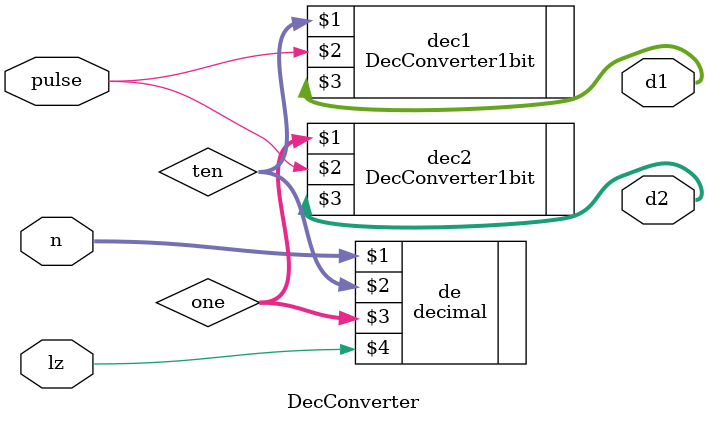
<source format=v>
`timescale 1ns / 1ps
module DecConverter(
    input [6:0] n,
	 input lz,
    output [6:0] d1,
    output [6:0] d2,
    input pulse
    );
	 wire [3:0] ten;
	 wire [3:0] one;
	 
	 decimal de (n, ten, one, lz);
	 DecConverter1bit dec1 (ten, pulse, d1);
	 DecConverter1bit dec2 (one, pulse, d2);
	 
	 


endmodule

</source>
